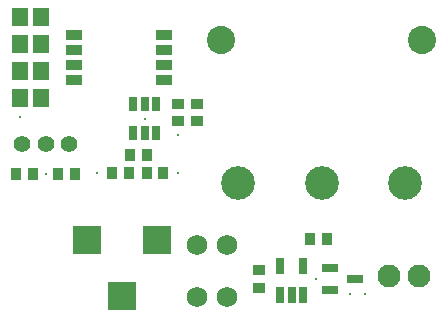
<source format=gts>
%FSLAX24Y24*%
%MOIN*%
G70*
G01*
G75*
G04 Layer_Color=8388736*
%ADD10R,0.0276X0.0354*%
%ADD11R,0.0512X0.0236*%
%ADD12R,0.0354X0.0276*%
%ADD13R,0.0315X0.0354*%
%ADD14R,0.0217X0.0394*%
%ADD15R,0.0472X0.0551*%
%ADD16R,0.0500X0.0299*%
%ADD17R,0.0217X0.0512*%
%ADD18C,0.0120*%
%ADD19C,0.0140*%
%ADD20C,0.0200*%
%ADD21C,0.0492*%
%ADD22R,0.0866X0.0866*%
%ADD23C,0.0709*%
%ADD24C,0.0630*%
%ADD25C,0.1063*%
%ADD26C,0.0882*%
%ADD27C,0.0400*%
%ADD28C,0.0098*%
%ADD29C,0.0050*%
%ADD30C,0.0079*%
%ADD31C,0.0100*%
%ADD32C,0.0080*%
%ADD33R,0.0336X0.0414*%
%ADD34R,0.0572X0.0296*%
%ADD35R,0.0414X0.0336*%
%ADD36R,0.0375X0.0414*%
%ADD37R,0.0277X0.0454*%
%ADD38R,0.0532X0.0611*%
%ADD39R,0.0560X0.0359*%
%ADD40R,0.0277X0.0572*%
%ADD41C,0.0552*%
%ADD42R,0.0926X0.0926*%
%ADD43C,0.0060*%
%ADD44C,0.0769*%
%ADD45C,0.0690*%
%ADD46C,0.1123*%
%ADD47C,0.0942*%
%ADD48C,0.0100*%
D33*
X10505Y2700D02*
D03*
X11095D02*
D03*
X5095Y5500D02*
D03*
X4505D02*
D03*
X4495Y4900D02*
D03*
X3905D02*
D03*
D34*
X12013Y1350D02*
D03*
X11187Y976D02*
D03*
Y1724D02*
D03*
D35*
X8800Y1645D02*
D03*
Y1055D02*
D03*
X6750Y7195D02*
D03*
Y6605D02*
D03*
X6100Y6605D02*
D03*
Y7195D02*
D03*
D36*
X5074Y4900D02*
D03*
X5626D02*
D03*
X2676Y4850D02*
D03*
X2124D02*
D03*
X724Y4850D02*
D03*
X1276D02*
D03*
D37*
X5374Y7172D02*
D03*
X5000D02*
D03*
X4626D02*
D03*
Y6228D02*
D03*
X5000D02*
D03*
X5374D02*
D03*
D38*
X1554Y7400D02*
D03*
X846D02*
D03*
X1554Y8300D02*
D03*
X846D02*
D03*
X1554Y9200D02*
D03*
X846D02*
D03*
X1554Y10100D02*
D03*
X846D02*
D03*
D39*
X2650Y8000D02*
D03*
Y8500D02*
D03*
Y9000D02*
D03*
Y9500D02*
D03*
X5650D02*
D03*
Y9000D02*
D03*
Y8500D02*
D03*
Y8000D02*
D03*
D40*
X9526Y1792D02*
D03*
X10274D02*
D03*
Y808D02*
D03*
X9900D02*
D03*
X9526D02*
D03*
D41*
X2487Y5850D02*
D03*
X1700D02*
D03*
X913D02*
D03*
D42*
X5431Y2650D02*
D03*
X3069D02*
D03*
X4250Y800D02*
D03*
D43*
X14150Y450D02*
D03*
X13150D02*
D03*
D44*
X14150Y1450D02*
D03*
X13150D02*
D03*
D45*
X7750Y2500D02*
D03*
X6750D02*
D03*
Y750D02*
D03*
X7750D02*
D03*
D46*
X8128Y4544D02*
D03*
X13672D02*
D03*
X10900D02*
D03*
D47*
X7538Y9304D02*
D03*
X14262D02*
D03*
D48*
X3400Y4900D02*
D03*
X10700Y1350D02*
D03*
X12350Y850D02*
D03*
X11850D02*
D03*
X846Y6746D02*
D03*
X1700Y4850D02*
D03*
X6100Y4900D02*
D03*
Y6150D02*
D03*
X5000Y6700D02*
D03*
M02*

</source>
